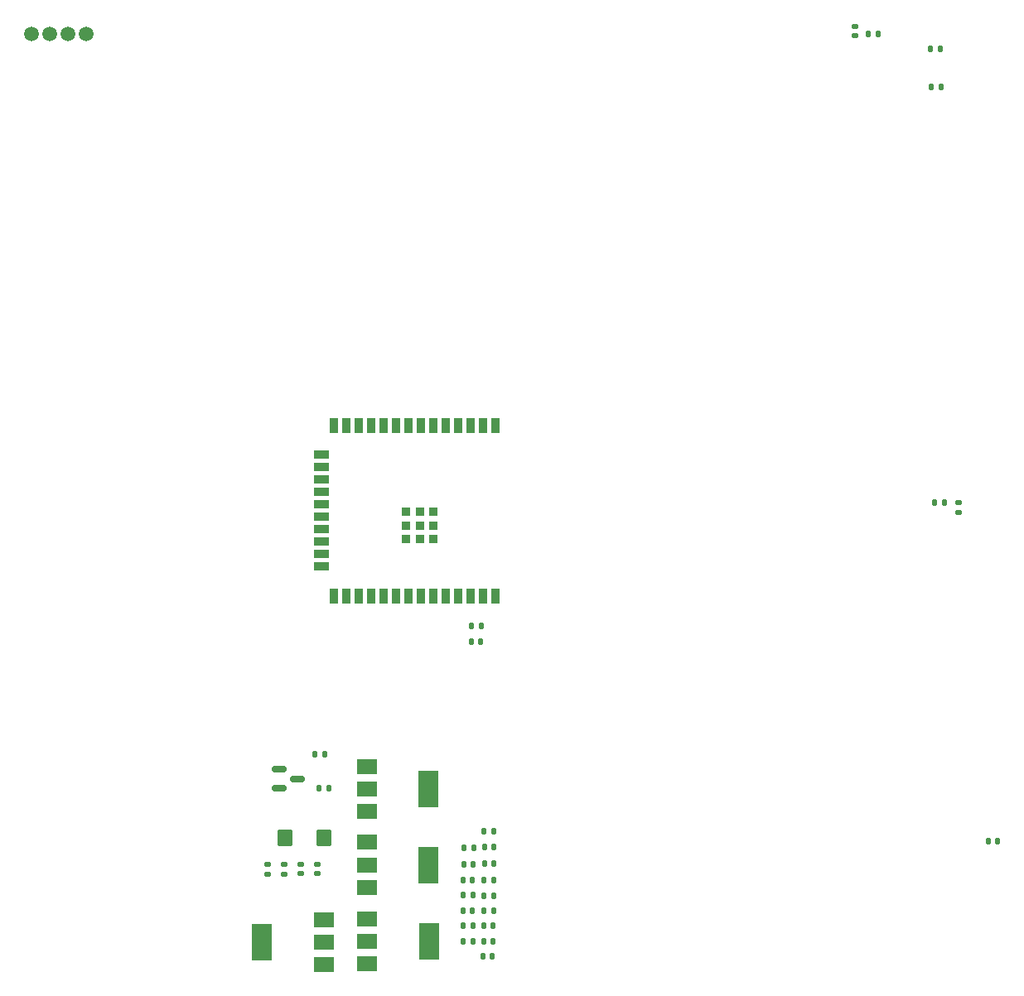
<source format=gbr>
%TF.GenerationSoftware,KiCad,Pcbnew,7.0.10*%
%TF.CreationDate,2024-12-05T21:17:43+05:30*%
%TF.ProjectId,remote_v2,72656d6f-7465-45f7-9632-2e6b69636164,rev?*%
%TF.SameCoordinates,Original*%
%TF.FileFunction,Paste,Bot*%
%TF.FilePolarity,Positive*%
%FSLAX46Y46*%
G04 Gerber Fmt 4.6, Leading zero omitted, Abs format (unit mm)*
G04 Created by KiCad (PCBNEW 7.0.10) date 2024-12-05 21:17:43*
%MOMM*%
%LPD*%
G01*
G04 APERTURE LIST*
G04 Aperture macros list*
%AMRoundRect*
0 Rectangle with rounded corners*
0 $1 Rounding radius*
0 $2 $3 $4 $5 $6 $7 $8 $9 X,Y pos of 4 corners*
0 Add a 4 corners polygon primitive as box body*
4,1,4,$2,$3,$4,$5,$6,$7,$8,$9,$2,$3,0*
0 Add four circle primitives for the rounded corners*
1,1,$1+$1,$2,$3*
1,1,$1+$1,$4,$5*
1,1,$1+$1,$6,$7*
1,1,$1+$1,$8,$9*
0 Add four rect primitives between the rounded corners*
20,1,$1+$1,$2,$3,$4,$5,0*
20,1,$1+$1,$4,$5,$6,$7,0*
20,1,$1+$1,$6,$7,$8,$9,0*
20,1,$1+$1,$8,$9,$2,$3,0*%
G04 Aperture macros list end*
%ADD10RoundRect,0.140000X-0.140000X-0.170000X0.140000X-0.170000X0.140000X0.170000X-0.140000X0.170000X0*%
%ADD11RoundRect,0.140000X0.140000X0.170000X-0.140000X0.170000X-0.140000X-0.170000X0.140000X-0.170000X0*%
%ADD12RoundRect,0.135000X0.135000X0.185000X-0.135000X0.185000X-0.135000X-0.185000X0.135000X-0.185000X0*%
%ADD13RoundRect,0.135000X0.185000X-0.135000X0.185000X0.135000X-0.185000X0.135000X-0.185000X-0.135000X0*%
%ADD14C,1.500000*%
%ADD15RoundRect,0.140000X-0.170000X0.140000X-0.170000X-0.140000X0.170000X-0.140000X0.170000X0.140000X0*%
%ADD16RoundRect,0.140000X0.170000X-0.140000X0.170000X0.140000X-0.170000X0.140000X-0.170000X-0.140000X0*%
%ADD17RoundRect,0.135000X-0.135000X-0.185000X0.135000X-0.185000X0.135000X0.185000X-0.135000X0.185000X0*%
%ADD18R,2.000000X1.500000*%
%ADD19R,2.000000X3.800000*%
%ADD20RoundRect,0.135000X-0.185000X0.135000X-0.185000X-0.135000X0.185000X-0.135000X0.185000X0.135000X0*%
%ADD21R,0.900000X1.500000*%
%ADD22R,1.500000X0.900000*%
%ADD23R,0.900000X0.900000*%
%ADD24RoundRect,0.150000X-0.587500X-0.150000X0.587500X-0.150000X0.587500X0.150000X-0.587500X0.150000X0*%
%ADD25RoundRect,0.222222X0.577778X0.627778X-0.577778X0.627778X-0.577778X-0.627778X0.577778X-0.627778X0*%
G04 APERTURE END LIST*
D10*
%TO.C,C32*%
X149110000Y-135130000D03*
X150070000Y-135130000D03*
%TD*%
%TO.C,C96*%
X195235000Y-90232500D03*
X196195000Y-90232500D03*
%TD*%
D11*
%TO.C,C92*%
X148800000Y-104470000D03*
X147840000Y-104470000D03*
%TD*%
D12*
%TO.C,R24*%
X195870000Y-47695000D03*
X194850000Y-47695000D03*
%TD*%
D13*
%TO.C,R5*%
X128742500Y-128220000D03*
X128742500Y-127200000D03*
%TD*%
D10*
%TO.C,C39*%
X149130000Y-133530000D03*
X150090000Y-133530000D03*
%TD*%
D14*
%TO.C,J26*%
X108500000Y-42320000D03*
X106650000Y-42320000D03*
X104800000Y-42320000D03*
X102950000Y-42320000D03*
%TD*%
D11*
%TO.C,C5*%
X147990000Y-128860000D03*
X147030000Y-128860000D03*
%TD*%
D15*
%TO.C,C10*%
X130460000Y-127230000D03*
X130460000Y-128190000D03*
%TD*%
D16*
%TO.C,C3*%
X127050000Y-128220000D03*
X127050000Y-127260000D03*
%TD*%
D17*
%TO.C,R4*%
X131910000Y-115970000D03*
X132930000Y-115970000D03*
%TD*%
D18*
%TO.C,U4*%
X132800000Y-132920000D03*
X132800000Y-135220000D03*
D19*
X126500000Y-135220000D03*
D18*
X132800000Y-137520000D03*
%TD*%
D10*
%TO.C,C38*%
X149190000Y-123840000D03*
X150150000Y-123840000D03*
%TD*%
D15*
%TO.C,C90*%
X187060000Y-41515000D03*
X187060000Y-42475000D03*
%TD*%
D20*
%TO.C,R95*%
X197635000Y-90247500D03*
X197635000Y-91267500D03*
%TD*%
D21*
%TO.C,U23*%
X150315000Y-99820000D03*
X149045000Y-99820000D03*
X147775000Y-99820000D03*
X146505000Y-99820000D03*
X145235000Y-99820000D03*
X143965000Y-99820000D03*
X142695000Y-99820000D03*
X141425000Y-99820000D03*
X140155000Y-99820000D03*
X138885000Y-99820000D03*
X137615000Y-99820000D03*
X136345000Y-99820000D03*
X135075000Y-99820000D03*
X133805000Y-99820000D03*
D22*
X132555000Y-96780000D03*
X132555000Y-95510000D03*
X132555000Y-94240000D03*
X132555000Y-92970000D03*
X132555000Y-91700000D03*
X132555000Y-90430000D03*
X132555000Y-89160000D03*
X132555000Y-87890000D03*
X132555000Y-86620000D03*
X132555000Y-85350000D03*
D21*
X133805000Y-82320000D03*
X135075000Y-82320000D03*
X136345000Y-82320000D03*
X137615000Y-82320000D03*
X138885000Y-82320000D03*
X140155000Y-82320000D03*
X141425000Y-82320000D03*
X142695000Y-82320000D03*
X143965000Y-82320000D03*
X145235000Y-82320000D03*
X146505000Y-82320000D03*
X147775000Y-82320000D03*
X149045000Y-82320000D03*
X150315000Y-82320000D03*
D23*
X141195000Y-93970000D03*
X142595000Y-93970000D03*
X143995000Y-93970000D03*
X141195000Y-92570000D03*
X142595000Y-92570000D03*
X143995000Y-92570000D03*
X141195000Y-91170000D03*
X142595000Y-91170000D03*
X143995000Y-91170000D03*
%TD*%
D18*
%TO.C,U9*%
X137172500Y-121830000D03*
X137172500Y-119530000D03*
D19*
X143472500Y-119530000D03*
D18*
X137172500Y-117230000D03*
%TD*%
D17*
%TO.C,R2*%
X132270000Y-119450000D03*
X133290000Y-119450000D03*
%TD*%
D12*
%TO.C,R6*%
X148050000Y-135120000D03*
X147030000Y-135120000D03*
%TD*%
D24*
%TO.C,Q1*%
X128245000Y-119440000D03*
X128245000Y-117540000D03*
X130120000Y-118490000D03*
%TD*%
D25*
%TO.C,D1*%
X132822500Y-124490000D03*
X128822500Y-124490000D03*
%TD*%
D18*
%TO.C,U3*%
X137250000Y-137400000D03*
X137250000Y-135100000D03*
D19*
X143550000Y-135100000D03*
D18*
X137250000Y-132800000D03*
%TD*%
D17*
%TO.C,R34*%
X147860000Y-102820000D03*
X148880000Y-102820000D03*
%TD*%
D11*
%TO.C,C6*%
X148010000Y-130390000D03*
X147050000Y-130390000D03*
%TD*%
D10*
%TO.C,C40*%
X149170000Y-131970000D03*
X150130000Y-131970000D03*
%TD*%
D15*
%TO.C,C9*%
X132110000Y-127200000D03*
X132110000Y-128160000D03*
%TD*%
D17*
%TO.C,R27*%
X188475000Y-42345000D03*
X189495000Y-42345000D03*
%TD*%
%TO.C,R25*%
X194750000Y-43845000D03*
X195770000Y-43845000D03*
%TD*%
D11*
%TO.C,C4*%
X148010000Y-133535000D03*
X147050000Y-133535000D03*
%TD*%
D10*
%TO.C,C2*%
X147140000Y-125520000D03*
X148100000Y-125520000D03*
%TD*%
%TO.C,C44*%
X149220000Y-127190000D03*
X150180000Y-127190000D03*
%TD*%
D11*
%TO.C,C8*%
X148080000Y-127220000D03*
X147120000Y-127220000D03*
%TD*%
D10*
%TO.C,C42*%
X149180000Y-128870000D03*
X150140000Y-128870000D03*
%TD*%
D11*
%TO.C,C31*%
X201635000Y-124857500D03*
X200675000Y-124857500D03*
%TD*%
D18*
%TO.C,U1*%
X137190000Y-129590000D03*
X137190000Y-127290000D03*
D19*
X143490000Y-127290000D03*
D18*
X137190000Y-124990000D03*
%TD*%
D10*
%TO.C,C41*%
X149180000Y-130410000D03*
X150140000Y-130410000D03*
%TD*%
D11*
%TO.C,C7*%
X148000000Y-131970000D03*
X147040000Y-131970000D03*
%TD*%
D10*
%TO.C,C43*%
X149220000Y-125455000D03*
X150180000Y-125455000D03*
%TD*%
%TO.C,C36*%
X149070000Y-136630000D03*
X150030000Y-136630000D03*
%TD*%
M02*

</source>
